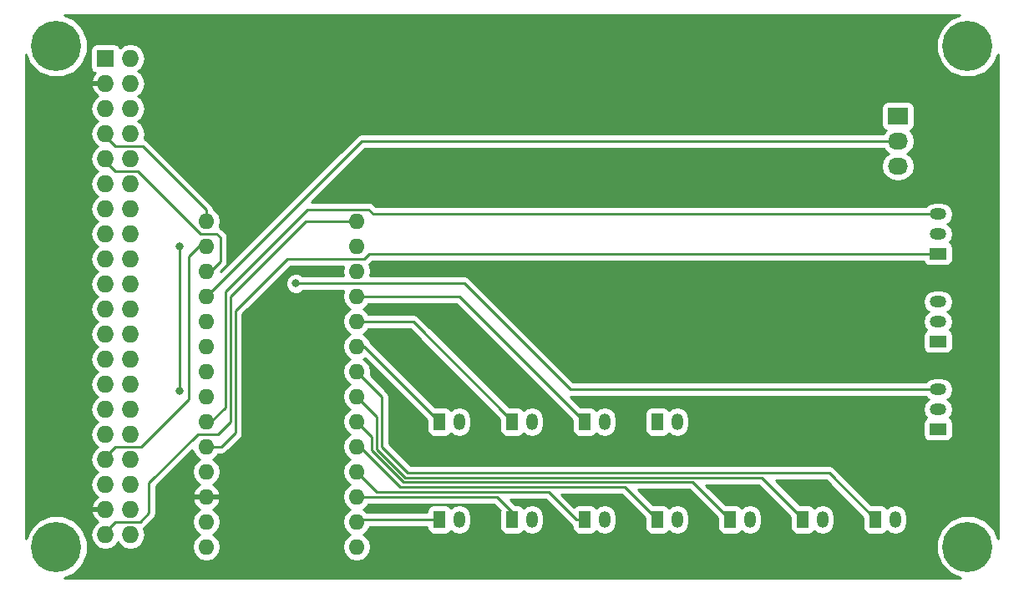
<source format=gtl>
G04 #@! TF.FileFunction,Copper,L1,Top,Signal*
%FSLAX46Y46*%
G04 Gerber Fmt 4.6, Leading zero omitted, Abs format (unit mm)*
G04 Created by KiCad (PCBNEW 4.0.1-stable) date 2016/05/21 11:41:20*
%MOMM*%
G01*
G04 APERTURE LIST*
%ADD10C,0.100000*%
%ADD11R,1.198880X1.699260*%
%ADD12O,1.198880X1.699260*%
%ADD13R,2.032000X1.727200*%
%ADD14O,2.032000X1.727200*%
%ADD15R,1.699260X1.198880*%
%ADD16O,1.699260X1.198880*%
%ADD17R,1.727200X1.727200*%
%ADD18O,1.727200X1.727200*%
%ADD19O,1.600000X1.600000*%
%ADD20C,5.080000*%
%ADD21C,0.800000*%
%ADD22C,0.250000*%
%ADD23C,0.254000*%
G04 APERTURE END LIST*
D10*
D11*
X165369240Y-100076000D03*
D12*
X167370760Y-100076000D03*
D11*
X158003240Y-100076000D03*
D12*
X160004760Y-100076000D03*
D11*
X150637240Y-100076000D03*
D12*
X152638760Y-100076000D03*
D11*
X143271240Y-100076000D03*
D12*
X145272760Y-100076000D03*
D11*
X135905240Y-100076000D03*
D12*
X137906760Y-100076000D03*
D11*
X128539240Y-100076000D03*
D12*
X130540760Y-100076000D03*
D11*
X121173240Y-100076000D03*
D12*
X123174760Y-100076000D03*
D13*
X167640000Y-59182000D03*
D14*
X167640000Y-61722000D03*
X167640000Y-64262000D03*
D15*
X171704000Y-90898980D03*
D16*
X171704000Y-88900000D03*
X171704000Y-86901020D03*
D15*
X171704000Y-82008980D03*
D16*
X171704000Y-80010000D03*
X171704000Y-78011020D03*
D15*
X171704000Y-73118980D03*
D16*
X171704000Y-71120000D03*
X171704000Y-69121020D03*
D11*
X135905240Y-90170000D03*
D12*
X137906760Y-90170000D03*
D11*
X121173240Y-90170000D03*
D12*
X123174760Y-90170000D03*
D11*
X128539240Y-90170000D03*
D12*
X130540760Y-90170000D03*
D11*
X143271240Y-90170000D03*
D12*
X145272760Y-90170000D03*
D17*
X87299800Y-53340000D03*
D18*
X87299800Y-55880000D03*
X87299800Y-58420000D03*
X87299800Y-60960000D03*
X87299800Y-63500000D03*
X87299800Y-66040000D03*
X87299800Y-68580000D03*
X87299800Y-71120000D03*
X87299800Y-73660000D03*
X87299800Y-76200000D03*
X87299800Y-78740000D03*
X87299800Y-81280000D03*
X87299800Y-83820000D03*
X87299800Y-86360000D03*
X87299800Y-88900000D03*
X87299800Y-91440000D03*
X87299800Y-93980000D03*
X87299800Y-96520000D03*
X87299800Y-99060000D03*
X87299800Y-101600000D03*
X89839800Y-53340000D03*
X89839800Y-55880000D03*
X89839800Y-58420000D03*
X89839800Y-60960000D03*
X89839800Y-63500000D03*
X89839800Y-66040000D03*
X89839800Y-68580000D03*
X89839800Y-71120000D03*
X89839800Y-73660000D03*
X89839800Y-76200000D03*
X89839800Y-78740000D03*
X89839800Y-81280000D03*
X89839800Y-83820000D03*
X89839800Y-86360000D03*
X89839800Y-88900000D03*
X89839800Y-91440000D03*
X89839800Y-93980000D03*
X89839800Y-96520000D03*
X89839800Y-99060000D03*
X89839800Y-101600000D03*
D19*
X112776000Y-102870000D03*
X112776000Y-100330000D03*
X112776000Y-97790000D03*
X112776000Y-95250000D03*
X112776000Y-92710000D03*
X112776000Y-90170000D03*
X112776000Y-87630000D03*
X112776000Y-85090000D03*
X112776000Y-82550000D03*
X112776000Y-80010000D03*
X112776000Y-77470000D03*
X112776000Y-74930000D03*
X112776000Y-72390000D03*
X112776000Y-69850000D03*
X97536000Y-69850000D03*
X97536000Y-72390000D03*
X97536000Y-74930000D03*
X97536000Y-77470000D03*
X97536000Y-80010000D03*
X97536000Y-82550000D03*
X97536000Y-85090000D03*
X97536000Y-87630000D03*
X97536000Y-90170000D03*
X97536000Y-92710000D03*
X97536000Y-95250000D03*
X97536000Y-97790000D03*
X97536000Y-100330000D03*
X97536000Y-102870000D03*
D20*
X82321400Y-52070000D03*
X82321400Y-102870000D03*
X174701200Y-52070000D03*
X174701200Y-102844600D03*
D21*
X94843600Y-72390000D03*
X94843600Y-87020400D03*
X106603800Y-76149200D03*
D22*
X97536000Y-69850000D02*
X97536000Y-68707000D01*
X88265000Y-62230000D02*
X86995000Y-60960000D01*
X91059000Y-62230000D02*
X88265000Y-62230000D01*
X97536000Y-68707000D02*
X91059000Y-62230000D01*
X97536000Y-74930000D02*
X97917000Y-74930000D01*
X97917000Y-74930000D02*
X98933000Y-73914000D01*
X98933000Y-73914000D02*
X98933000Y-71501000D01*
X98933000Y-71501000D02*
X98552000Y-71120000D01*
X98552000Y-71120000D02*
X96901000Y-71120000D01*
X96901000Y-71120000D02*
X90805000Y-65024000D01*
X90805000Y-65024000D02*
X90551000Y-64770000D01*
X90551000Y-64770000D02*
X88265000Y-64770000D01*
X88265000Y-64770000D02*
X86995000Y-63500000D01*
X97536000Y-72390000D02*
X96774000Y-72390000D01*
X96774000Y-72390000D02*
X95758000Y-73406000D01*
X95758000Y-73406000D02*
X95758000Y-87884000D01*
X95758000Y-87884000D02*
X90932000Y-92710000D01*
X90932000Y-92710000D02*
X88265000Y-92710000D01*
X88265000Y-92710000D02*
X86995000Y-93980000D01*
X99949000Y-90170000D02*
X98679000Y-91440000D01*
X99949000Y-77470000D02*
X99949000Y-90170000D01*
X112776000Y-69850000D02*
X107569000Y-69850000D01*
X88265000Y-100330000D02*
X86995000Y-101600000D01*
X90805000Y-100330000D02*
X88265000Y-100330000D01*
X91694000Y-99441000D02*
X90805000Y-100330000D01*
X91694000Y-96393000D02*
X91694000Y-99441000D01*
X96647000Y-91440000D02*
X91694000Y-96393000D01*
X98679000Y-91440000D02*
X96647000Y-91440000D01*
X107569000Y-69850000D02*
X99949000Y-77470000D01*
X94843600Y-87020400D02*
X94843600Y-72390000D01*
X94843600Y-87020400D02*
X94919800Y-86944200D01*
X167640000Y-61722000D02*
X113284000Y-61722000D01*
X113284000Y-61722000D02*
X97536000Y-77470000D01*
X121173240Y-100076000D02*
X113030000Y-100076000D01*
X113030000Y-100076000D02*
X112776000Y-100330000D01*
X128539240Y-100076000D02*
X128539240Y-99329240D01*
X128539240Y-99329240D02*
X127000000Y-97790000D01*
X127000000Y-97790000D02*
X112776000Y-97790000D01*
X135905240Y-100076000D02*
X135001000Y-100076000D01*
X114808000Y-97282000D02*
X112776000Y-95250000D01*
X132207000Y-97282000D02*
X114808000Y-97282000D01*
X135001000Y-100076000D02*
X132207000Y-97282000D01*
X112776000Y-92710000D02*
X113080800Y-92710000D01*
X113080800Y-92710000D02*
X117144800Y-96774000D01*
X143271240Y-100076000D02*
X143256000Y-100076000D01*
X143256000Y-100076000D02*
X139954000Y-96774000D01*
X139954000Y-96774000D02*
X117170200Y-96774000D01*
X150637240Y-100076000D02*
X150622000Y-100076000D01*
X150622000Y-100076000D02*
X146812000Y-96266000D01*
X146812000Y-96266000D02*
X117475000Y-96266000D01*
X117475000Y-96266000D02*
X114300000Y-93091000D01*
X114300000Y-93091000D02*
X114300000Y-91694000D01*
X114300000Y-91694000D02*
X112776000Y-90170000D01*
X158003240Y-100076000D02*
X158003240Y-99964240D01*
X158003240Y-99964240D02*
X153854998Y-95815998D01*
X153854998Y-95815998D02*
X117661396Y-95815998D01*
X117661396Y-95815998D02*
X114808000Y-92962602D01*
X114808000Y-92962602D02*
X114808000Y-89662000D01*
X114808000Y-89662000D02*
X112776000Y-87630000D01*
X112776000Y-85090000D02*
X115316000Y-87630000D01*
X160659236Y-95365996D02*
X165369240Y-100076000D01*
X117971996Y-95365996D02*
X160659236Y-95365996D01*
X115316000Y-92710000D02*
X117971996Y-95365996D01*
X115316000Y-87630000D02*
X115316000Y-92710000D01*
X121173240Y-90170000D02*
X121158000Y-90170000D01*
X121158000Y-90170000D02*
X113538000Y-82550000D01*
X113538000Y-82550000D02*
X112776000Y-82550000D01*
X128539240Y-90170000D02*
X128539240Y-90058240D01*
X128539240Y-90058240D02*
X118491000Y-80010000D01*
X118491000Y-80010000D02*
X112776000Y-80010000D01*
X135905240Y-90170000D02*
X135890000Y-90170000D01*
X135890000Y-90170000D02*
X123190000Y-77470000D01*
X123190000Y-77470000D02*
X112776000Y-77470000D01*
X171704000Y-86901020D02*
X134424420Y-86901020D01*
X123672600Y-76149200D02*
X106603800Y-76149200D01*
X134424420Y-86901020D02*
X123672600Y-76149200D01*
X171704000Y-73118980D02*
X114079020Y-73118980D01*
X99060000Y-92710000D02*
X97536000Y-92710000D01*
X100457000Y-91313000D02*
X99060000Y-92710000D01*
X100457000Y-78936002D02*
X100457000Y-91313000D01*
X105733002Y-73660000D02*
X100457000Y-78936002D01*
X113538000Y-73660000D02*
X105733002Y-73660000D01*
X114079020Y-73118980D02*
X113538000Y-73660000D01*
X99441000Y-77419200D02*
X99441000Y-76962000D01*
X99441000Y-76962000D02*
X99720400Y-76682600D01*
X99720400Y-76682600D02*
X107772200Y-68630800D01*
X118905020Y-69121020D02*
X114434620Y-69121020D01*
X171704000Y-69121020D02*
X118905020Y-69121020D01*
X114434620Y-69121020D02*
X113944400Y-68630800D01*
X113944400Y-68630800D02*
X107772200Y-68630800D01*
X97536000Y-90170000D02*
X98000398Y-90170000D01*
X98000398Y-90170000D02*
X99441000Y-88729398D01*
X99441000Y-88729398D02*
X99441000Y-77419200D01*
D23*
G36*
X172905057Y-49376796D02*
X172011135Y-50269159D01*
X171526752Y-51435683D01*
X171525650Y-52698776D01*
X172007996Y-53866143D01*
X172900359Y-54760065D01*
X174066883Y-55244448D01*
X175329976Y-55245550D01*
X176497343Y-54763204D01*
X177391265Y-53870841D01*
X177801200Y-52883608D01*
X177801200Y-102032979D01*
X177394404Y-101048457D01*
X176502041Y-100154535D01*
X175335517Y-99670152D01*
X174072424Y-99669050D01*
X172905057Y-100151396D01*
X172011135Y-101043759D01*
X171526752Y-102210283D01*
X171525650Y-103473376D01*
X172007996Y-104640743D01*
X172900359Y-105534665D01*
X173948762Y-105970000D01*
X83133021Y-105970000D01*
X84117543Y-105563204D01*
X85011465Y-104670841D01*
X85495848Y-103504317D01*
X85496950Y-102241224D01*
X85014604Y-101073857D01*
X84122241Y-100179935D01*
X82955717Y-99695552D01*
X81692624Y-99694450D01*
X80525257Y-100176796D01*
X79631335Y-101069159D01*
X79221400Y-102056392D01*
X79221400Y-52881621D01*
X79628196Y-53866143D01*
X80520559Y-54760065D01*
X81687083Y-55244448D01*
X82950176Y-55245550D01*
X84117543Y-54763204D01*
X85011465Y-53870841D01*
X85495848Y-52704317D01*
X85496046Y-52476400D01*
X85788760Y-52476400D01*
X85788760Y-54203600D01*
X85833038Y-54438917D01*
X85972110Y-54655041D01*
X86184310Y-54800031D01*
X86281251Y-54819662D01*
X86092979Y-54991510D01*
X85844832Y-55520973D01*
X85965331Y-55753000D01*
X87172800Y-55753000D01*
X87172800Y-55733000D01*
X87426800Y-55733000D01*
X87426800Y-55753000D01*
X87446800Y-55753000D01*
X87446800Y-56007000D01*
X87426800Y-56007000D01*
X87426800Y-56027000D01*
X87172800Y-56027000D01*
X87172800Y-56007000D01*
X85965331Y-56007000D01*
X85844832Y-56239027D01*
X86092979Y-56768490D01*
X86510961Y-57150008D01*
X86240130Y-57330971D01*
X85915274Y-57817152D01*
X85801200Y-58390641D01*
X85801200Y-58449359D01*
X85915274Y-59022848D01*
X86240130Y-59509029D01*
X86510972Y-59690000D01*
X86240130Y-59870971D01*
X85915274Y-60357152D01*
X85801200Y-60930641D01*
X85801200Y-60989359D01*
X85915274Y-61562848D01*
X86240130Y-62049029D01*
X86510972Y-62230000D01*
X86240130Y-62410971D01*
X85915274Y-62897152D01*
X85801200Y-63470641D01*
X85801200Y-63529359D01*
X85915274Y-64102848D01*
X86240130Y-64589029D01*
X86510972Y-64770000D01*
X86240130Y-64950971D01*
X85915274Y-65437152D01*
X85801200Y-66010641D01*
X85801200Y-66069359D01*
X85915274Y-66642848D01*
X86240130Y-67129029D01*
X86510972Y-67310000D01*
X86240130Y-67490971D01*
X85915274Y-67977152D01*
X85801200Y-68550641D01*
X85801200Y-68609359D01*
X85915274Y-69182848D01*
X86240130Y-69669029D01*
X86510972Y-69850000D01*
X86240130Y-70030971D01*
X85915274Y-70517152D01*
X85801200Y-71090641D01*
X85801200Y-71149359D01*
X85915274Y-71722848D01*
X86240130Y-72209029D01*
X86510972Y-72390000D01*
X86240130Y-72570971D01*
X85915274Y-73057152D01*
X85801200Y-73630641D01*
X85801200Y-73689359D01*
X85915274Y-74262848D01*
X86240130Y-74749029D01*
X86510972Y-74930000D01*
X86240130Y-75110971D01*
X85915274Y-75597152D01*
X85801200Y-76170641D01*
X85801200Y-76229359D01*
X85915274Y-76802848D01*
X86240130Y-77289029D01*
X86510972Y-77470000D01*
X86240130Y-77650971D01*
X85915274Y-78137152D01*
X85801200Y-78710641D01*
X85801200Y-78769359D01*
X85915274Y-79342848D01*
X86240130Y-79829029D01*
X86510972Y-80010000D01*
X86240130Y-80190971D01*
X85915274Y-80677152D01*
X85801200Y-81250641D01*
X85801200Y-81309359D01*
X85915274Y-81882848D01*
X86240130Y-82369029D01*
X86510972Y-82550000D01*
X86240130Y-82730971D01*
X85915274Y-83217152D01*
X85801200Y-83790641D01*
X85801200Y-83849359D01*
X85915274Y-84422848D01*
X86240130Y-84909029D01*
X86510972Y-85090000D01*
X86240130Y-85270971D01*
X85915274Y-85757152D01*
X85801200Y-86330641D01*
X85801200Y-86389359D01*
X85915274Y-86962848D01*
X86240130Y-87449029D01*
X86510972Y-87630000D01*
X86240130Y-87810971D01*
X85915274Y-88297152D01*
X85801200Y-88870641D01*
X85801200Y-88929359D01*
X85915274Y-89502848D01*
X86240130Y-89989029D01*
X86510972Y-90170000D01*
X86240130Y-90350971D01*
X85915274Y-90837152D01*
X85801200Y-91410641D01*
X85801200Y-91469359D01*
X85915274Y-92042848D01*
X86240130Y-92529029D01*
X86510972Y-92710000D01*
X86240130Y-92890971D01*
X85915274Y-93377152D01*
X85801200Y-93950641D01*
X85801200Y-94009359D01*
X85915274Y-94582848D01*
X86240130Y-95069029D01*
X86510972Y-95250000D01*
X86240130Y-95430971D01*
X85915274Y-95917152D01*
X85801200Y-96490641D01*
X85801200Y-96549359D01*
X85915274Y-97122848D01*
X86240130Y-97609029D01*
X86510961Y-97789992D01*
X86092979Y-98171510D01*
X85844832Y-98700973D01*
X85965331Y-98933000D01*
X87172800Y-98933000D01*
X87172800Y-98913000D01*
X87426800Y-98913000D01*
X87426800Y-98933000D01*
X87446800Y-98933000D01*
X87446800Y-99187000D01*
X87426800Y-99187000D01*
X87426800Y-99207000D01*
X87172800Y-99207000D01*
X87172800Y-99187000D01*
X85965331Y-99187000D01*
X85844832Y-99419027D01*
X86092979Y-99948490D01*
X86510961Y-100330008D01*
X86240130Y-100510971D01*
X85915274Y-100997152D01*
X85801200Y-101570641D01*
X85801200Y-101629359D01*
X85915274Y-102202848D01*
X86240130Y-102689029D01*
X86726311Y-103013885D01*
X87299800Y-103127959D01*
X87873289Y-103013885D01*
X88359470Y-102689029D01*
X88569800Y-102374248D01*
X88780130Y-102689029D01*
X89266311Y-103013885D01*
X89839800Y-103127959D01*
X90413289Y-103013885D01*
X90899470Y-102689029D01*
X91224326Y-102202848D01*
X91338400Y-101629359D01*
X91338400Y-101570641D01*
X91224326Y-100997152D01*
X91200834Y-100961993D01*
X91342401Y-100867401D01*
X91879802Y-100330000D01*
X96072887Y-100330000D01*
X96182120Y-100879151D01*
X96493189Y-101344698D01*
X96875275Y-101600000D01*
X96493189Y-101855302D01*
X96182120Y-102320849D01*
X96072887Y-102870000D01*
X96182120Y-103419151D01*
X96493189Y-103884698D01*
X96958736Y-104195767D01*
X97507887Y-104305000D01*
X97564113Y-104305000D01*
X98113264Y-104195767D01*
X98578811Y-103884698D01*
X98889880Y-103419151D01*
X98999113Y-102870000D01*
X98889880Y-102320849D01*
X98578811Y-101855302D01*
X98196725Y-101600000D01*
X98578811Y-101344698D01*
X98889880Y-100879151D01*
X98999113Y-100330000D01*
X98889880Y-99780849D01*
X98578811Y-99315302D01*
X98174297Y-99045014D01*
X98391134Y-98942389D01*
X98767041Y-98527423D01*
X98927904Y-98139039D01*
X98805915Y-97917000D01*
X97663000Y-97917000D01*
X97663000Y-97937000D01*
X97409000Y-97937000D01*
X97409000Y-97917000D01*
X96266085Y-97917000D01*
X96144096Y-98139039D01*
X96304959Y-98527423D01*
X96680866Y-98942389D01*
X96897703Y-99045014D01*
X96493189Y-99315302D01*
X96182120Y-99780849D01*
X96072887Y-100330000D01*
X91879802Y-100330000D01*
X92231401Y-99978401D01*
X92396148Y-99731839D01*
X92454000Y-99441000D01*
X92454000Y-96707802D01*
X96135753Y-93026049D01*
X96182120Y-93259151D01*
X96493189Y-93724698D01*
X96875275Y-93980000D01*
X96493189Y-94235302D01*
X96182120Y-94700849D01*
X96072887Y-95250000D01*
X96182120Y-95799151D01*
X96493189Y-96264698D01*
X96897703Y-96534986D01*
X96680866Y-96637611D01*
X96304959Y-97052577D01*
X96144096Y-97440961D01*
X96266085Y-97663000D01*
X97409000Y-97663000D01*
X97409000Y-97643000D01*
X97663000Y-97643000D01*
X97663000Y-97663000D01*
X98805915Y-97663000D01*
X98927904Y-97440961D01*
X98767041Y-97052577D01*
X98391134Y-96637611D01*
X98174297Y-96534986D01*
X98578811Y-96264698D01*
X98889880Y-95799151D01*
X98999113Y-95250000D01*
X98889880Y-94700849D01*
X98578811Y-94235302D01*
X98196725Y-93980000D01*
X98578811Y-93724698D01*
X98748995Y-93470000D01*
X99060000Y-93470000D01*
X99350839Y-93412148D01*
X99597401Y-93247401D01*
X100994401Y-91850401D01*
X101159148Y-91603840D01*
X101217000Y-91313000D01*
X101217000Y-79250804D01*
X106047804Y-74420000D01*
X111414332Y-74420000D01*
X111312887Y-74930000D01*
X111404228Y-75389200D01*
X107307561Y-75389200D01*
X107190846Y-75272281D01*
X106810577Y-75114380D01*
X106398829Y-75114021D01*
X106018285Y-75271258D01*
X105726881Y-75562154D01*
X105568980Y-75942423D01*
X105568621Y-76354171D01*
X105725858Y-76734715D01*
X106016754Y-77026119D01*
X106397023Y-77184020D01*
X106808771Y-77184379D01*
X107189315Y-77027142D01*
X107307463Y-76909200D01*
X111429904Y-76909200D01*
X111422120Y-76920849D01*
X111312887Y-77470000D01*
X111422120Y-78019151D01*
X111733189Y-78484698D01*
X112115275Y-78740000D01*
X111733189Y-78995302D01*
X111422120Y-79460849D01*
X111312887Y-80010000D01*
X111422120Y-80559151D01*
X111733189Y-81024698D01*
X112115275Y-81280000D01*
X111733189Y-81535302D01*
X111422120Y-82000849D01*
X111312887Y-82550000D01*
X111422120Y-83099151D01*
X111733189Y-83564698D01*
X112115275Y-83820000D01*
X111733189Y-84075302D01*
X111422120Y-84540849D01*
X111312887Y-85090000D01*
X111422120Y-85639151D01*
X111733189Y-86104698D01*
X112115275Y-86360000D01*
X111733189Y-86615302D01*
X111422120Y-87080849D01*
X111312887Y-87630000D01*
X111422120Y-88179151D01*
X111733189Y-88644698D01*
X112115275Y-88900000D01*
X111733189Y-89155302D01*
X111422120Y-89620849D01*
X111312887Y-90170000D01*
X111422120Y-90719151D01*
X111733189Y-91184698D01*
X112115275Y-91440000D01*
X111733189Y-91695302D01*
X111422120Y-92160849D01*
X111312887Y-92710000D01*
X111422120Y-93259151D01*
X111733189Y-93724698D01*
X112115275Y-93980000D01*
X111733189Y-94235302D01*
X111422120Y-94700849D01*
X111312887Y-95250000D01*
X111422120Y-95799151D01*
X111733189Y-96264698D01*
X112115275Y-96520000D01*
X111733189Y-96775302D01*
X111422120Y-97240849D01*
X111312887Y-97790000D01*
X111422120Y-98339151D01*
X111733189Y-98804698D01*
X112115275Y-99060000D01*
X111733189Y-99315302D01*
X111422120Y-99780849D01*
X111312887Y-100330000D01*
X111422120Y-100879151D01*
X111733189Y-101344698D01*
X112115275Y-101600000D01*
X111733189Y-101855302D01*
X111422120Y-102320849D01*
X111312887Y-102870000D01*
X111422120Y-103419151D01*
X111733189Y-103884698D01*
X112198736Y-104195767D01*
X112747887Y-104305000D01*
X112804113Y-104305000D01*
X113353264Y-104195767D01*
X113818811Y-103884698D01*
X114129880Y-103419151D01*
X114239113Y-102870000D01*
X114129880Y-102320849D01*
X113818811Y-101855302D01*
X113436725Y-101600000D01*
X113818811Y-101344698D01*
X114129880Y-100879151D01*
X114138463Y-100836000D01*
X119926360Y-100836000D01*
X119926360Y-100925630D01*
X119970638Y-101160947D01*
X120109710Y-101377071D01*
X120321910Y-101522061D01*
X120573800Y-101573070D01*
X121772680Y-101573070D01*
X122007997Y-101528792D01*
X122224121Y-101389720D01*
X122324284Y-101243127D01*
X122702360Y-101495750D01*
X123174760Y-101589716D01*
X123647160Y-101495750D01*
X124047641Y-101228157D01*
X124315234Y-100827676D01*
X124409200Y-100355276D01*
X124409200Y-99796724D01*
X124315234Y-99324324D01*
X124047641Y-98923843D01*
X123647160Y-98656250D01*
X123174760Y-98562284D01*
X122702360Y-98656250D01*
X122323358Y-98909491D01*
X122236770Y-98774929D01*
X122024570Y-98629939D01*
X121772680Y-98578930D01*
X120573800Y-98578930D01*
X120338483Y-98623208D01*
X120122359Y-98762280D01*
X119977369Y-98974480D01*
X119926360Y-99226370D01*
X119926360Y-99316000D01*
X113819277Y-99316000D01*
X113818811Y-99315302D01*
X113436725Y-99060000D01*
X113818811Y-98804698D01*
X113988995Y-98550000D01*
X126685198Y-98550000D01*
X127304015Y-99168817D01*
X127292360Y-99226370D01*
X127292360Y-100925630D01*
X127336638Y-101160947D01*
X127475710Y-101377071D01*
X127687910Y-101522061D01*
X127939800Y-101573070D01*
X129138680Y-101573070D01*
X129373997Y-101528792D01*
X129590121Y-101389720D01*
X129690284Y-101243127D01*
X130068360Y-101495750D01*
X130540760Y-101589716D01*
X131013160Y-101495750D01*
X131413641Y-101228157D01*
X131681234Y-100827676D01*
X131775200Y-100355276D01*
X131775200Y-99796724D01*
X131681234Y-99324324D01*
X131413641Y-98923843D01*
X131013160Y-98656250D01*
X130540760Y-98562284D01*
X130068360Y-98656250D01*
X129689358Y-98909491D01*
X129602770Y-98774929D01*
X129390570Y-98629939D01*
X129138680Y-98578930D01*
X128863732Y-98578930D01*
X128326802Y-98042000D01*
X131892198Y-98042000D01*
X134463599Y-100613401D01*
X134658360Y-100743536D01*
X134658360Y-100925630D01*
X134702638Y-101160947D01*
X134841710Y-101377071D01*
X135053910Y-101522061D01*
X135305800Y-101573070D01*
X136504680Y-101573070D01*
X136739997Y-101528792D01*
X136956121Y-101389720D01*
X137056284Y-101243127D01*
X137434360Y-101495750D01*
X137906760Y-101589716D01*
X138379160Y-101495750D01*
X138779641Y-101228157D01*
X139047234Y-100827676D01*
X139141200Y-100355276D01*
X139141200Y-99796724D01*
X139047234Y-99324324D01*
X138779641Y-98923843D01*
X138379160Y-98656250D01*
X137906760Y-98562284D01*
X137434360Y-98656250D01*
X137055358Y-98909491D01*
X136968770Y-98774929D01*
X136756570Y-98629939D01*
X136504680Y-98578930D01*
X135305800Y-98578930D01*
X135070483Y-98623208D01*
X134854359Y-98762280D01*
X134816902Y-98817100D01*
X133533802Y-97534000D01*
X139639198Y-97534000D01*
X142024360Y-99919162D01*
X142024360Y-100925630D01*
X142068638Y-101160947D01*
X142207710Y-101377071D01*
X142419910Y-101522061D01*
X142671800Y-101573070D01*
X143870680Y-101573070D01*
X144105997Y-101528792D01*
X144322121Y-101389720D01*
X144422284Y-101243127D01*
X144800360Y-101495750D01*
X145272760Y-101589716D01*
X145745160Y-101495750D01*
X146145641Y-101228157D01*
X146413234Y-100827676D01*
X146507200Y-100355276D01*
X146507200Y-99796724D01*
X146413234Y-99324324D01*
X146145641Y-98923843D01*
X145745160Y-98656250D01*
X145272760Y-98562284D01*
X144800360Y-98656250D01*
X144421358Y-98909491D01*
X144334770Y-98774929D01*
X144122570Y-98629939D01*
X143870680Y-98578930D01*
X142833732Y-98578930D01*
X141280802Y-97026000D01*
X146497198Y-97026000D01*
X149390360Y-99919162D01*
X149390360Y-100925630D01*
X149434638Y-101160947D01*
X149573710Y-101377071D01*
X149785910Y-101522061D01*
X150037800Y-101573070D01*
X151236680Y-101573070D01*
X151471997Y-101528792D01*
X151688121Y-101389720D01*
X151788284Y-101243127D01*
X152166360Y-101495750D01*
X152638760Y-101589716D01*
X153111160Y-101495750D01*
X153511641Y-101228157D01*
X153779234Y-100827676D01*
X153873200Y-100355276D01*
X153873200Y-99796724D01*
X153779234Y-99324324D01*
X153511641Y-98923843D01*
X153111160Y-98656250D01*
X152638760Y-98562284D01*
X152166360Y-98656250D01*
X151787358Y-98909491D01*
X151700770Y-98774929D01*
X151488570Y-98629939D01*
X151236680Y-98578930D01*
X150199732Y-98578930D01*
X148196800Y-96575998D01*
X153540196Y-96575998D01*
X156756360Y-99792162D01*
X156756360Y-100925630D01*
X156800638Y-101160947D01*
X156939710Y-101377071D01*
X157151910Y-101522061D01*
X157403800Y-101573070D01*
X158602680Y-101573070D01*
X158837997Y-101528792D01*
X159054121Y-101389720D01*
X159154284Y-101243127D01*
X159532360Y-101495750D01*
X160004760Y-101589716D01*
X160477160Y-101495750D01*
X160877641Y-101228157D01*
X161145234Y-100827676D01*
X161239200Y-100355276D01*
X161239200Y-99796724D01*
X161145234Y-99324324D01*
X160877641Y-98923843D01*
X160477160Y-98656250D01*
X160004760Y-98562284D01*
X159532360Y-98656250D01*
X159153358Y-98909491D01*
X159066770Y-98774929D01*
X158854570Y-98629939D01*
X158602680Y-98578930D01*
X157692732Y-98578930D01*
X155239798Y-96125996D01*
X160344434Y-96125996D01*
X164122360Y-99903922D01*
X164122360Y-100925630D01*
X164166638Y-101160947D01*
X164305710Y-101377071D01*
X164517910Y-101522061D01*
X164769800Y-101573070D01*
X165968680Y-101573070D01*
X166203997Y-101528792D01*
X166420121Y-101389720D01*
X166520284Y-101243127D01*
X166898360Y-101495750D01*
X167370760Y-101589716D01*
X167843160Y-101495750D01*
X168243641Y-101228157D01*
X168511234Y-100827676D01*
X168605200Y-100355276D01*
X168605200Y-99796724D01*
X168511234Y-99324324D01*
X168243641Y-98923843D01*
X167843160Y-98656250D01*
X167370760Y-98562284D01*
X166898360Y-98656250D01*
X166519358Y-98909491D01*
X166432770Y-98774929D01*
X166220570Y-98629939D01*
X165968680Y-98578930D01*
X164946972Y-98578930D01*
X161196637Y-94828595D01*
X160950075Y-94663848D01*
X160659236Y-94605996D01*
X118286798Y-94605996D01*
X116076000Y-92395198D01*
X116076000Y-87630000D01*
X116018148Y-87339161D01*
X116018148Y-87339160D01*
X115853401Y-87092599D01*
X114174688Y-85413886D01*
X114239113Y-85090000D01*
X114129880Y-84540849D01*
X113818811Y-84075302D01*
X113436725Y-83820000D01*
X113614448Y-83701250D01*
X119926360Y-90013162D01*
X119926360Y-91019630D01*
X119970638Y-91254947D01*
X120109710Y-91471071D01*
X120321910Y-91616061D01*
X120573800Y-91667070D01*
X121772680Y-91667070D01*
X122007997Y-91622792D01*
X122224121Y-91483720D01*
X122324284Y-91337127D01*
X122702360Y-91589750D01*
X123174760Y-91683716D01*
X123647160Y-91589750D01*
X124047641Y-91322157D01*
X124315234Y-90921676D01*
X124409200Y-90449276D01*
X124409200Y-89890724D01*
X124315234Y-89418324D01*
X124047641Y-89017843D01*
X123647160Y-88750250D01*
X123174760Y-88656284D01*
X122702360Y-88750250D01*
X122323358Y-89003491D01*
X122236770Y-88868929D01*
X122024570Y-88723939D01*
X121772680Y-88672930D01*
X120735732Y-88672930D01*
X114146325Y-82083523D01*
X114129880Y-82000849D01*
X113818811Y-81535302D01*
X113436725Y-81280000D01*
X113818811Y-81024698D01*
X113988995Y-80770000D01*
X118176198Y-80770000D01*
X127292360Y-89886162D01*
X127292360Y-91019630D01*
X127336638Y-91254947D01*
X127475710Y-91471071D01*
X127687910Y-91616061D01*
X127939800Y-91667070D01*
X129138680Y-91667070D01*
X129373997Y-91622792D01*
X129590121Y-91483720D01*
X129690284Y-91337127D01*
X130068360Y-91589750D01*
X130540760Y-91683716D01*
X131013160Y-91589750D01*
X131413641Y-91322157D01*
X131681234Y-90921676D01*
X131775200Y-90449276D01*
X131775200Y-89890724D01*
X131681234Y-89418324D01*
X131413641Y-89017843D01*
X131013160Y-88750250D01*
X130540760Y-88656284D01*
X130068360Y-88750250D01*
X129689358Y-89003491D01*
X129602770Y-88868929D01*
X129390570Y-88723939D01*
X129138680Y-88672930D01*
X128228732Y-88672930D01*
X119028401Y-79472599D01*
X118781839Y-79307852D01*
X118491000Y-79250000D01*
X113988995Y-79250000D01*
X113818811Y-78995302D01*
X113436725Y-78740000D01*
X113818811Y-78484698D01*
X113988995Y-78230000D01*
X122875198Y-78230000D01*
X134658360Y-90013162D01*
X134658360Y-91019630D01*
X134702638Y-91254947D01*
X134841710Y-91471071D01*
X135053910Y-91616061D01*
X135305800Y-91667070D01*
X136504680Y-91667070D01*
X136739997Y-91622792D01*
X136956121Y-91483720D01*
X137056284Y-91337127D01*
X137434360Y-91589750D01*
X137906760Y-91683716D01*
X138379160Y-91589750D01*
X138779641Y-91322157D01*
X139047234Y-90921676D01*
X139141200Y-90449276D01*
X139141200Y-89890724D01*
X139047234Y-89418324D01*
X138981784Y-89320370D01*
X142024360Y-89320370D01*
X142024360Y-91019630D01*
X142068638Y-91254947D01*
X142207710Y-91471071D01*
X142419910Y-91616061D01*
X142671800Y-91667070D01*
X143870680Y-91667070D01*
X144105997Y-91622792D01*
X144322121Y-91483720D01*
X144422284Y-91337127D01*
X144800360Y-91589750D01*
X145272760Y-91683716D01*
X145745160Y-91589750D01*
X146145641Y-91322157D01*
X146413234Y-90921676D01*
X146507200Y-90449276D01*
X146507200Y-89890724D01*
X146413234Y-89418324D01*
X146145641Y-89017843D01*
X145745160Y-88750250D01*
X145272760Y-88656284D01*
X144800360Y-88750250D01*
X144421358Y-89003491D01*
X144334770Y-88868929D01*
X144122570Y-88723939D01*
X143870680Y-88672930D01*
X142671800Y-88672930D01*
X142436483Y-88717208D01*
X142220359Y-88856280D01*
X142075369Y-89068480D01*
X142024360Y-89320370D01*
X138981784Y-89320370D01*
X138779641Y-89017843D01*
X138379160Y-88750250D01*
X137906760Y-88656284D01*
X137434360Y-88750250D01*
X137055358Y-89003491D01*
X136968770Y-88868929D01*
X136756570Y-88723939D01*
X136504680Y-88672930D01*
X135467732Y-88672930D01*
X134455822Y-87661020D01*
X170476418Y-87661020D01*
X170551843Y-87773901D01*
X170741327Y-87900510D01*
X170551843Y-88027119D01*
X170284250Y-88427600D01*
X170190284Y-88900000D01*
X170284250Y-89372400D01*
X170536304Y-89749625D01*
X170402929Y-89835450D01*
X170257939Y-90047650D01*
X170206930Y-90299540D01*
X170206930Y-91498420D01*
X170251208Y-91733737D01*
X170390280Y-91949861D01*
X170602480Y-92094851D01*
X170854370Y-92145860D01*
X172553630Y-92145860D01*
X172788947Y-92101582D01*
X173005071Y-91962510D01*
X173150061Y-91750310D01*
X173201070Y-91498420D01*
X173201070Y-90299540D01*
X173156792Y-90064223D01*
X173017720Y-89848099D01*
X172872292Y-89748733D01*
X173123750Y-89372400D01*
X173217716Y-88900000D01*
X173123750Y-88427600D01*
X172856157Y-88027119D01*
X172666673Y-87900510D01*
X172856157Y-87773901D01*
X173123750Y-87373420D01*
X173217716Y-86901020D01*
X173123750Y-86428620D01*
X172856157Y-86028139D01*
X172455676Y-85760546D01*
X171983276Y-85666580D01*
X171424724Y-85666580D01*
X170952324Y-85760546D01*
X170551843Y-86028139D01*
X170476418Y-86141020D01*
X134739222Y-86141020D01*
X126609222Y-78011020D01*
X170190284Y-78011020D01*
X170284250Y-78483420D01*
X170551843Y-78883901D01*
X170741327Y-79010510D01*
X170551843Y-79137119D01*
X170284250Y-79537600D01*
X170190284Y-80010000D01*
X170284250Y-80482400D01*
X170536304Y-80859625D01*
X170402929Y-80945450D01*
X170257939Y-81157650D01*
X170206930Y-81409540D01*
X170206930Y-82608420D01*
X170251208Y-82843737D01*
X170390280Y-83059861D01*
X170602480Y-83204851D01*
X170854370Y-83255860D01*
X172553630Y-83255860D01*
X172788947Y-83211582D01*
X173005071Y-83072510D01*
X173150061Y-82860310D01*
X173201070Y-82608420D01*
X173201070Y-81409540D01*
X173156792Y-81174223D01*
X173017720Y-80958099D01*
X172872292Y-80858733D01*
X173123750Y-80482400D01*
X173217716Y-80010000D01*
X173123750Y-79537600D01*
X172856157Y-79137119D01*
X172666673Y-79010510D01*
X172856157Y-78883901D01*
X173123750Y-78483420D01*
X173217716Y-78011020D01*
X173123750Y-77538620D01*
X172856157Y-77138139D01*
X172455676Y-76870546D01*
X171983276Y-76776580D01*
X171424724Y-76776580D01*
X170952324Y-76870546D01*
X170551843Y-77138139D01*
X170284250Y-77538620D01*
X170190284Y-78011020D01*
X126609222Y-78011020D01*
X124210001Y-75611799D01*
X123963439Y-75447052D01*
X123672600Y-75389200D01*
X114147772Y-75389200D01*
X114239113Y-74930000D01*
X114129880Y-74380849D01*
X114028323Y-74228858D01*
X114075401Y-74197401D01*
X114393822Y-73878980D01*
X170237141Y-73878980D01*
X170251208Y-73953737D01*
X170390280Y-74169861D01*
X170602480Y-74314851D01*
X170854370Y-74365860D01*
X172553630Y-74365860D01*
X172788947Y-74321582D01*
X173005071Y-74182510D01*
X173150061Y-73970310D01*
X173201070Y-73718420D01*
X173201070Y-72519540D01*
X173156792Y-72284223D01*
X173017720Y-72068099D01*
X172872292Y-71968733D01*
X173123750Y-71592400D01*
X173217716Y-71120000D01*
X173123750Y-70647600D01*
X172856157Y-70247119D01*
X172666673Y-70120510D01*
X172856157Y-69993901D01*
X173123750Y-69593420D01*
X173217716Y-69121020D01*
X173123750Y-68648620D01*
X172856157Y-68248139D01*
X172455676Y-67980546D01*
X171983276Y-67886580D01*
X171424724Y-67886580D01*
X170952324Y-67980546D01*
X170551843Y-68248139D01*
X170476418Y-68361020D01*
X114749422Y-68361020D01*
X114481801Y-68093399D01*
X114235239Y-67928652D01*
X113944400Y-67870800D01*
X108210002Y-67870800D01*
X113598802Y-62482000D01*
X166195352Y-62482000D01*
X166395585Y-62781670D01*
X166710366Y-62992000D01*
X166395585Y-63202330D01*
X166070729Y-63688511D01*
X165956655Y-64262000D01*
X166070729Y-64835489D01*
X166395585Y-65321670D01*
X166881766Y-65646526D01*
X167455255Y-65760600D01*
X167824745Y-65760600D01*
X168398234Y-65646526D01*
X168884415Y-65321670D01*
X169209271Y-64835489D01*
X169323345Y-64262000D01*
X169209271Y-63688511D01*
X168884415Y-63202330D01*
X168569634Y-62992000D01*
X168884415Y-62781670D01*
X169209271Y-62295489D01*
X169323345Y-61722000D01*
X169209271Y-61148511D01*
X168884415Y-60662330D01*
X168870087Y-60652757D01*
X168891317Y-60648762D01*
X169107441Y-60509690D01*
X169252431Y-60297490D01*
X169303440Y-60045600D01*
X169303440Y-58318400D01*
X169259162Y-58083083D01*
X169120090Y-57866959D01*
X168907890Y-57721969D01*
X168656000Y-57670960D01*
X166624000Y-57670960D01*
X166388683Y-57715238D01*
X166172559Y-57854310D01*
X166027569Y-58066510D01*
X165976560Y-58318400D01*
X165976560Y-60045600D01*
X166020838Y-60280917D01*
X166159910Y-60497041D01*
X166372110Y-60642031D01*
X166413439Y-60650400D01*
X166395585Y-60662330D01*
X166195352Y-60962000D01*
X113284000Y-60962000D01*
X112993160Y-61019852D01*
X112746599Y-61184599D01*
X98998595Y-74932603D01*
X98999113Y-74930000D01*
X98997900Y-74923902D01*
X99470401Y-74451401D01*
X99635148Y-74204839D01*
X99693000Y-73914000D01*
X99693000Y-71501000D01*
X99635148Y-71210161D01*
X99635148Y-71210160D01*
X99470401Y-70963599D01*
X99089401Y-70582599D01*
X98866722Y-70433810D01*
X98889880Y-70399151D01*
X98999113Y-69850000D01*
X98889880Y-69300849D01*
X98578811Y-68835302D01*
X98282083Y-68637034D01*
X98238148Y-68416161D01*
X98238148Y-68416160D01*
X98073401Y-68169599D01*
X91596401Y-61692599D01*
X91349839Y-61527852D01*
X91235799Y-61505168D01*
X91338400Y-60989359D01*
X91338400Y-60930641D01*
X91224326Y-60357152D01*
X90899470Y-59870971D01*
X90628628Y-59690000D01*
X90899470Y-59509029D01*
X91224326Y-59022848D01*
X91338400Y-58449359D01*
X91338400Y-58390641D01*
X91224326Y-57817152D01*
X90899470Y-57330971D01*
X90628628Y-57150000D01*
X90899470Y-56969029D01*
X91224326Y-56482848D01*
X91338400Y-55909359D01*
X91338400Y-55850641D01*
X91224326Y-55277152D01*
X90899470Y-54790971D01*
X90628628Y-54610000D01*
X90899470Y-54429029D01*
X91224326Y-53942848D01*
X91338400Y-53369359D01*
X91338400Y-53310641D01*
X91224326Y-52737152D01*
X90899470Y-52250971D01*
X90413289Y-51926115D01*
X89839800Y-51812041D01*
X89266311Y-51926115D01*
X88780130Y-52250971D01*
X88770995Y-52264642D01*
X88766562Y-52241083D01*
X88627490Y-52024959D01*
X88415290Y-51879969D01*
X88163400Y-51828960D01*
X86436200Y-51828960D01*
X86200883Y-51873238D01*
X85984759Y-52012310D01*
X85839769Y-52224510D01*
X85788760Y-52476400D01*
X85496046Y-52476400D01*
X85496950Y-51441224D01*
X85014604Y-50273857D01*
X84122241Y-49379935D01*
X83135008Y-48970000D01*
X173889579Y-48970000D01*
X172905057Y-49376796D01*
X172905057Y-49376796D01*
G37*
X172905057Y-49376796D02*
X172011135Y-50269159D01*
X171526752Y-51435683D01*
X171525650Y-52698776D01*
X172007996Y-53866143D01*
X172900359Y-54760065D01*
X174066883Y-55244448D01*
X175329976Y-55245550D01*
X176497343Y-54763204D01*
X177391265Y-53870841D01*
X177801200Y-52883608D01*
X177801200Y-102032979D01*
X177394404Y-101048457D01*
X176502041Y-100154535D01*
X175335517Y-99670152D01*
X174072424Y-99669050D01*
X172905057Y-100151396D01*
X172011135Y-101043759D01*
X171526752Y-102210283D01*
X171525650Y-103473376D01*
X172007996Y-104640743D01*
X172900359Y-105534665D01*
X173948762Y-105970000D01*
X83133021Y-105970000D01*
X84117543Y-105563204D01*
X85011465Y-104670841D01*
X85495848Y-103504317D01*
X85496950Y-102241224D01*
X85014604Y-101073857D01*
X84122241Y-100179935D01*
X82955717Y-99695552D01*
X81692624Y-99694450D01*
X80525257Y-100176796D01*
X79631335Y-101069159D01*
X79221400Y-102056392D01*
X79221400Y-52881621D01*
X79628196Y-53866143D01*
X80520559Y-54760065D01*
X81687083Y-55244448D01*
X82950176Y-55245550D01*
X84117543Y-54763204D01*
X85011465Y-53870841D01*
X85495848Y-52704317D01*
X85496046Y-52476400D01*
X85788760Y-52476400D01*
X85788760Y-54203600D01*
X85833038Y-54438917D01*
X85972110Y-54655041D01*
X86184310Y-54800031D01*
X86281251Y-54819662D01*
X86092979Y-54991510D01*
X85844832Y-55520973D01*
X85965331Y-55753000D01*
X87172800Y-55753000D01*
X87172800Y-55733000D01*
X87426800Y-55733000D01*
X87426800Y-55753000D01*
X87446800Y-55753000D01*
X87446800Y-56007000D01*
X87426800Y-56007000D01*
X87426800Y-56027000D01*
X87172800Y-56027000D01*
X87172800Y-56007000D01*
X85965331Y-56007000D01*
X85844832Y-56239027D01*
X86092979Y-56768490D01*
X86510961Y-57150008D01*
X86240130Y-57330971D01*
X85915274Y-57817152D01*
X85801200Y-58390641D01*
X85801200Y-58449359D01*
X85915274Y-59022848D01*
X86240130Y-59509029D01*
X86510972Y-59690000D01*
X86240130Y-59870971D01*
X85915274Y-60357152D01*
X85801200Y-60930641D01*
X85801200Y-60989359D01*
X85915274Y-61562848D01*
X86240130Y-62049029D01*
X86510972Y-62230000D01*
X86240130Y-62410971D01*
X85915274Y-62897152D01*
X85801200Y-63470641D01*
X85801200Y-63529359D01*
X85915274Y-64102848D01*
X86240130Y-64589029D01*
X86510972Y-64770000D01*
X86240130Y-64950971D01*
X85915274Y-65437152D01*
X85801200Y-66010641D01*
X85801200Y-66069359D01*
X85915274Y-66642848D01*
X86240130Y-67129029D01*
X86510972Y-67310000D01*
X86240130Y-67490971D01*
X85915274Y-67977152D01*
X85801200Y-68550641D01*
X85801200Y-68609359D01*
X85915274Y-69182848D01*
X86240130Y-69669029D01*
X86510972Y-69850000D01*
X86240130Y-70030971D01*
X85915274Y-70517152D01*
X85801200Y-71090641D01*
X85801200Y-71149359D01*
X85915274Y-71722848D01*
X86240130Y-72209029D01*
X86510972Y-72390000D01*
X86240130Y-72570971D01*
X85915274Y-73057152D01*
X85801200Y-73630641D01*
X85801200Y-73689359D01*
X85915274Y-74262848D01*
X86240130Y-74749029D01*
X86510972Y-74930000D01*
X86240130Y-75110971D01*
X85915274Y-75597152D01*
X85801200Y-76170641D01*
X85801200Y-76229359D01*
X85915274Y-76802848D01*
X86240130Y-77289029D01*
X86510972Y-77470000D01*
X86240130Y-77650971D01*
X85915274Y-78137152D01*
X85801200Y-78710641D01*
X85801200Y-78769359D01*
X85915274Y-79342848D01*
X86240130Y-79829029D01*
X86510972Y-80010000D01*
X86240130Y-80190971D01*
X85915274Y-80677152D01*
X85801200Y-81250641D01*
X85801200Y-81309359D01*
X85915274Y-81882848D01*
X86240130Y-82369029D01*
X86510972Y-82550000D01*
X86240130Y-82730971D01*
X85915274Y-83217152D01*
X85801200Y-83790641D01*
X85801200Y-83849359D01*
X85915274Y-84422848D01*
X86240130Y-84909029D01*
X86510972Y-85090000D01*
X86240130Y-85270971D01*
X85915274Y-85757152D01*
X85801200Y-86330641D01*
X85801200Y-86389359D01*
X85915274Y-86962848D01*
X86240130Y-87449029D01*
X86510972Y-87630000D01*
X86240130Y-87810971D01*
X85915274Y-88297152D01*
X85801200Y-88870641D01*
X85801200Y-88929359D01*
X85915274Y-89502848D01*
X86240130Y-89989029D01*
X86510972Y-90170000D01*
X86240130Y-90350971D01*
X85915274Y-90837152D01*
X85801200Y-91410641D01*
X85801200Y-91469359D01*
X85915274Y-92042848D01*
X86240130Y-92529029D01*
X86510972Y-92710000D01*
X86240130Y-92890971D01*
X85915274Y-93377152D01*
X85801200Y-93950641D01*
X85801200Y-94009359D01*
X85915274Y-94582848D01*
X86240130Y-95069029D01*
X86510972Y-95250000D01*
X86240130Y-95430971D01*
X85915274Y-95917152D01*
X85801200Y-96490641D01*
X85801200Y-96549359D01*
X85915274Y-97122848D01*
X86240130Y-97609029D01*
X86510961Y-97789992D01*
X86092979Y-98171510D01*
X85844832Y-98700973D01*
X85965331Y-98933000D01*
X87172800Y-98933000D01*
X87172800Y-98913000D01*
X87426800Y-98913000D01*
X87426800Y-98933000D01*
X87446800Y-98933000D01*
X87446800Y-99187000D01*
X87426800Y-99187000D01*
X87426800Y-99207000D01*
X87172800Y-99207000D01*
X87172800Y-99187000D01*
X85965331Y-99187000D01*
X85844832Y-99419027D01*
X86092979Y-99948490D01*
X86510961Y-100330008D01*
X86240130Y-100510971D01*
X85915274Y-100997152D01*
X85801200Y-101570641D01*
X85801200Y-101629359D01*
X85915274Y-102202848D01*
X86240130Y-102689029D01*
X86726311Y-103013885D01*
X87299800Y-103127959D01*
X87873289Y-103013885D01*
X88359470Y-102689029D01*
X88569800Y-102374248D01*
X88780130Y-102689029D01*
X89266311Y-103013885D01*
X89839800Y-103127959D01*
X90413289Y-103013885D01*
X90899470Y-102689029D01*
X91224326Y-102202848D01*
X91338400Y-101629359D01*
X91338400Y-101570641D01*
X91224326Y-100997152D01*
X91200834Y-100961993D01*
X91342401Y-100867401D01*
X91879802Y-100330000D01*
X96072887Y-100330000D01*
X96182120Y-100879151D01*
X96493189Y-101344698D01*
X96875275Y-101600000D01*
X96493189Y-101855302D01*
X96182120Y-102320849D01*
X96072887Y-102870000D01*
X96182120Y-103419151D01*
X96493189Y-103884698D01*
X96958736Y-104195767D01*
X97507887Y-104305000D01*
X97564113Y-104305000D01*
X98113264Y-104195767D01*
X98578811Y-103884698D01*
X98889880Y-103419151D01*
X98999113Y-102870000D01*
X98889880Y-102320849D01*
X98578811Y-101855302D01*
X98196725Y-101600000D01*
X98578811Y-101344698D01*
X98889880Y-100879151D01*
X98999113Y-100330000D01*
X98889880Y-99780849D01*
X98578811Y-99315302D01*
X98174297Y-99045014D01*
X98391134Y-98942389D01*
X98767041Y-98527423D01*
X98927904Y-98139039D01*
X98805915Y-97917000D01*
X97663000Y-97917000D01*
X97663000Y-97937000D01*
X97409000Y-97937000D01*
X97409000Y-97917000D01*
X96266085Y-97917000D01*
X96144096Y-98139039D01*
X96304959Y-98527423D01*
X96680866Y-98942389D01*
X96897703Y-99045014D01*
X96493189Y-99315302D01*
X96182120Y-99780849D01*
X96072887Y-100330000D01*
X91879802Y-100330000D01*
X92231401Y-99978401D01*
X92396148Y-99731839D01*
X92454000Y-99441000D01*
X92454000Y-96707802D01*
X96135753Y-93026049D01*
X96182120Y-93259151D01*
X96493189Y-93724698D01*
X96875275Y-93980000D01*
X96493189Y-94235302D01*
X96182120Y-94700849D01*
X96072887Y-95250000D01*
X96182120Y-95799151D01*
X96493189Y-96264698D01*
X96897703Y-96534986D01*
X96680866Y-96637611D01*
X96304959Y-97052577D01*
X96144096Y-97440961D01*
X96266085Y-97663000D01*
X97409000Y-97663000D01*
X97409000Y-97643000D01*
X97663000Y-97643000D01*
X97663000Y-97663000D01*
X98805915Y-97663000D01*
X98927904Y-97440961D01*
X98767041Y-97052577D01*
X98391134Y-96637611D01*
X98174297Y-96534986D01*
X98578811Y-96264698D01*
X98889880Y-95799151D01*
X98999113Y-95250000D01*
X98889880Y-94700849D01*
X98578811Y-94235302D01*
X98196725Y-93980000D01*
X98578811Y-93724698D01*
X98748995Y-93470000D01*
X99060000Y-93470000D01*
X99350839Y-93412148D01*
X99597401Y-93247401D01*
X100994401Y-91850401D01*
X101159148Y-91603840D01*
X101217000Y-91313000D01*
X101217000Y-79250804D01*
X106047804Y-74420000D01*
X111414332Y-74420000D01*
X111312887Y-74930000D01*
X111404228Y-75389200D01*
X107307561Y-75389200D01*
X107190846Y-75272281D01*
X106810577Y-75114380D01*
X106398829Y-75114021D01*
X106018285Y-75271258D01*
X105726881Y-75562154D01*
X105568980Y-75942423D01*
X105568621Y-76354171D01*
X105725858Y-76734715D01*
X106016754Y-77026119D01*
X106397023Y-77184020D01*
X106808771Y-77184379D01*
X107189315Y-77027142D01*
X107307463Y-76909200D01*
X111429904Y-76909200D01*
X111422120Y-76920849D01*
X111312887Y-77470000D01*
X111422120Y-78019151D01*
X111733189Y-78484698D01*
X112115275Y-78740000D01*
X111733189Y-78995302D01*
X111422120Y-79460849D01*
X111312887Y-80010000D01*
X111422120Y-80559151D01*
X111733189Y-81024698D01*
X112115275Y-81280000D01*
X111733189Y-81535302D01*
X111422120Y-82000849D01*
X111312887Y-82550000D01*
X111422120Y-83099151D01*
X111733189Y-83564698D01*
X112115275Y-83820000D01*
X111733189Y-84075302D01*
X111422120Y-84540849D01*
X111312887Y-85090000D01*
X111422120Y-85639151D01*
X111733189Y-86104698D01*
X112115275Y-86360000D01*
X111733189Y-86615302D01*
X111422120Y-87080849D01*
X111312887Y-87630000D01*
X111422120Y-88179151D01*
X111733189Y-88644698D01*
X112115275Y-88900000D01*
X111733189Y-89155302D01*
X111422120Y-89620849D01*
X111312887Y-90170000D01*
X111422120Y-90719151D01*
X111733189Y-91184698D01*
X112115275Y-91440000D01*
X111733189Y-91695302D01*
X111422120Y-92160849D01*
X111312887Y-92710000D01*
X111422120Y-93259151D01*
X111733189Y-93724698D01*
X112115275Y-93980000D01*
X111733189Y-94235302D01*
X111422120Y-94700849D01*
X111312887Y-95250000D01*
X111422120Y-95799151D01*
X111733189Y-96264698D01*
X112115275Y-96520000D01*
X111733189Y-96775302D01*
X111422120Y-97240849D01*
X111312887Y-97790000D01*
X111422120Y-98339151D01*
X111733189Y-98804698D01*
X112115275Y-99060000D01*
X111733189Y-99315302D01*
X111422120Y-99780849D01*
X111312887Y-100330000D01*
X111422120Y-100879151D01*
X111733189Y-101344698D01*
X112115275Y-101600000D01*
X111733189Y-101855302D01*
X111422120Y-102320849D01*
X111312887Y-102870000D01*
X111422120Y-103419151D01*
X111733189Y-103884698D01*
X112198736Y-104195767D01*
X112747887Y-104305000D01*
X112804113Y-104305000D01*
X113353264Y-104195767D01*
X113818811Y-103884698D01*
X114129880Y-103419151D01*
X114239113Y-102870000D01*
X114129880Y-102320849D01*
X113818811Y-101855302D01*
X113436725Y-101600000D01*
X113818811Y-101344698D01*
X114129880Y-100879151D01*
X114138463Y-100836000D01*
X119926360Y-100836000D01*
X119926360Y-100925630D01*
X119970638Y-101160947D01*
X120109710Y-101377071D01*
X120321910Y-101522061D01*
X120573800Y-101573070D01*
X121772680Y-101573070D01*
X122007997Y-101528792D01*
X122224121Y-101389720D01*
X122324284Y-101243127D01*
X122702360Y-101495750D01*
X123174760Y-101589716D01*
X123647160Y-101495750D01*
X124047641Y-101228157D01*
X124315234Y-100827676D01*
X124409200Y-100355276D01*
X124409200Y-99796724D01*
X124315234Y-99324324D01*
X124047641Y-98923843D01*
X123647160Y-98656250D01*
X123174760Y-98562284D01*
X122702360Y-98656250D01*
X122323358Y-98909491D01*
X122236770Y-98774929D01*
X122024570Y-98629939D01*
X121772680Y-98578930D01*
X120573800Y-98578930D01*
X120338483Y-98623208D01*
X120122359Y-98762280D01*
X119977369Y-98974480D01*
X119926360Y-99226370D01*
X119926360Y-99316000D01*
X113819277Y-99316000D01*
X113818811Y-99315302D01*
X113436725Y-99060000D01*
X113818811Y-98804698D01*
X113988995Y-98550000D01*
X126685198Y-98550000D01*
X127304015Y-99168817D01*
X127292360Y-99226370D01*
X127292360Y-100925630D01*
X127336638Y-101160947D01*
X127475710Y-101377071D01*
X127687910Y-101522061D01*
X127939800Y-101573070D01*
X129138680Y-101573070D01*
X129373997Y-101528792D01*
X129590121Y-101389720D01*
X129690284Y-101243127D01*
X130068360Y-101495750D01*
X130540760Y-101589716D01*
X131013160Y-101495750D01*
X131413641Y-101228157D01*
X131681234Y-100827676D01*
X131775200Y-100355276D01*
X131775200Y-99796724D01*
X131681234Y-99324324D01*
X131413641Y-98923843D01*
X131013160Y-98656250D01*
X130540760Y-98562284D01*
X130068360Y-98656250D01*
X129689358Y-98909491D01*
X129602770Y-98774929D01*
X129390570Y-98629939D01*
X129138680Y-98578930D01*
X128863732Y-98578930D01*
X128326802Y-98042000D01*
X131892198Y-98042000D01*
X134463599Y-100613401D01*
X134658360Y-100743536D01*
X134658360Y-100925630D01*
X134702638Y-101160947D01*
X134841710Y-101377071D01*
X135053910Y-101522061D01*
X135305800Y-101573070D01*
X136504680Y-101573070D01*
X136739997Y-101528792D01*
X136956121Y-101389720D01*
X137056284Y-101243127D01*
X137434360Y-101495750D01*
X137906760Y-101589716D01*
X138379160Y-101495750D01*
X138779641Y-101228157D01*
X139047234Y-100827676D01*
X139141200Y-100355276D01*
X139141200Y-99796724D01*
X139047234Y-99324324D01*
X138779641Y-98923843D01*
X138379160Y-98656250D01*
X137906760Y-98562284D01*
X137434360Y-98656250D01*
X137055358Y-98909491D01*
X136968770Y-98774929D01*
X136756570Y-98629939D01*
X136504680Y-98578930D01*
X135305800Y-98578930D01*
X135070483Y-98623208D01*
X134854359Y-98762280D01*
X134816902Y-98817100D01*
X133533802Y-97534000D01*
X139639198Y-97534000D01*
X142024360Y-99919162D01*
X142024360Y-100925630D01*
X142068638Y-101160947D01*
X142207710Y-101377071D01*
X142419910Y-101522061D01*
X142671800Y-101573070D01*
X143870680Y-101573070D01*
X144105997Y-101528792D01*
X144322121Y-101389720D01*
X144422284Y-101243127D01*
X144800360Y-101495750D01*
X145272760Y-101589716D01*
X145745160Y-101495750D01*
X146145641Y-101228157D01*
X146413234Y-100827676D01*
X146507200Y-100355276D01*
X146507200Y-99796724D01*
X146413234Y-99324324D01*
X146145641Y-98923843D01*
X145745160Y-98656250D01*
X145272760Y-98562284D01*
X144800360Y-98656250D01*
X144421358Y-98909491D01*
X144334770Y-98774929D01*
X144122570Y-98629939D01*
X143870680Y-98578930D01*
X142833732Y-98578930D01*
X141280802Y-97026000D01*
X146497198Y-97026000D01*
X149390360Y-99919162D01*
X149390360Y-100925630D01*
X149434638Y-101160947D01*
X149573710Y-101377071D01*
X149785910Y-101522061D01*
X150037800Y-101573070D01*
X151236680Y-101573070D01*
X151471997Y-101528792D01*
X151688121Y-101389720D01*
X151788284Y-101243127D01*
X152166360Y-101495750D01*
X152638760Y-101589716D01*
X153111160Y-101495750D01*
X153511641Y-101228157D01*
X153779234Y-100827676D01*
X153873200Y-100355276D01*
X153873200Y-99796724D01*
X153779234Y-99324324D01*
X153511641Y-98923843D01*
X153111160Y-98656250D01*
X152638760Y-98562284D01*
X152166360Y-98656250D01*
X151787358Y-98909491D01*
X151700770Y-98774929D01*
X151488570Y-98629939D01*
X151236680Y-98578930D01*
X150199732Y-98578930D01*
X148196800Y-96575998D01*
X153540196Y-96575998D01*
X156756360Y-99792162D01*
X156756360Y-100925630D01*
X156800638Y-101160947D01*
X156939710Y-101377071D01*
X157151910Y-101522061D01*
X157403800Y-101573070D01*
X158602680Y-101573070D01*
X158837997Y-101528792D01*
X159054121Y-101389720D01*
X159154284Y-101243127D01*
X159532360Y-101495750D01*
X160004760Y-101589716D01*
X160477160Y-101495750D01*
X160877641Y-101228157D01*
X161145234Y-100827676D01*
X161239200Y-100355276D01*
X161239200Y-99796724D01*
X161145234Y-99324324D01*
X160877641Y-98923843D01*
X160477160Y-98656250D01*
X160004760Y-98562284D01*
X159532360Y-98656250D01*
X159153358Y-98909491D01*
X159066770Y-98774929D01*
X158854570Y-98629939D01*
X158602680Y-98578930D01*
X157692732Y-98578930D01*
X155239798Y-96125996D01*
X160344434Y-96125996D01*
X164122360Y-99903922D01*
X164122360Y-100925630D01*
X164166638Y-101160947D01*
X164305710Y-101377071D01*
X164517910Y-101522061D01*
X164769800Y-101573070D01*
X165968680Y-101573070D01*
X166203997Y-101528792D01*
X166420121Y-101389720D01*
X166520284Y-101243127D01*
X166898360Y-101495750D01*
X167370760Y-101589716D01*
X167843160Y-101495750D01*
X168243641Y-101228157D01*
X168511234Y-100827676D01*
X168605200Y-100355276D01*
X168605200Y-99796724D01*
X168511234Y-99324324D01*
X168243641Y-98923843D01*
X167843160Y-98656250D01*
X167370760Y-98562284D01*
X166898360Y-98656250D01*
X166519358Y-98909491D01*
X166432770Y-98774929D01*
X166220570Y-98629939D01*
X165968680Y-98578930D01*
X164946972Y-98578930D01*
X161196637Y-94828595D01*
X160950075Y-94663848D01*
X160659236Y-94605996D01*
X118286798Y-94605996D01*
X116076000Y-92395198D01*
X116076000Y-87630000D01*
X116018148Y-87339161D01*
X116018148Y-87339160D01*
X115853401Y-87092599D01*
X114174688Y-85413886D01*
X114239113Y-85090000D01*
X114129880Y-84540849D01*
X113818811Y-84075302D01*
X113436725Y-83820000D01*
X113614448Y-83701250D01*
X119926360Y-90013162D01*
X119926360Y-91019630D01*
X119970638Y-91254947D01*
X120109710Y-91471071D01*
X120321910Y-91616061D01*
X120573800Y-91667070D01*
X121772680Y-91667070D01*
X122007997Y-91622792D01*
X122224121Y-91483720D01*
X122324284Y-91337127D01*
X122702360Y-91589750D01*
X123174760Y-91683716D01*
X123647160Y-91589750D01*
X124047641Y-91322157D01*
X124315234Y-90921676D01*
X124409200Y-90449276D01*
X124409200Y-89890724D01*
X124315234Y-89418324D01*
X124047641Y-89017843D01*
X123647160Y-88750250D01*
X123174760Y-88656284D01*
X122702360Y-88750250D01*
X122323358Y-89003491D01*
X122236770Y-88868929D01*
X122024570Y-88723939D01*
X121772680Y-88672930D01*
X120735732Y-88672930D01*
X114146325Y-82083523D01*
X114129880Y-82000849D01*
X113818811Y-81535302D01*
X113436725Y-81280000D01*
X113818811Y-81024698D01*
X113988995Y-80770000D01*
X118176198Y-80770000D01*
X127292360Y-89886162D01*
X127292360Y-91019630D01*
X127336638Y-91254947D01*
X127475710Y-91471071D01*
X127687910Y-91616061D01*
X127939800Y-91667070D01*
X129138680Y-91667070D01*
X129373997Y-91622792D01*
X129590121Y-91483720D01*
X129690284Y-91337127D01*
X130068360Y-91589750D01*
X130540760Y-91683716D01*
X131013160Y-91589750D01*
X131413641Y-91322157D01*
X131681234Y-90921676D01*
X131775200Y-90449276D01*
X131775200Y-89890724D01*
X131681234Y-89418324D01*
X131413641Y-89017843D01*
X131013160Y-88750250D01*
X130540760Y-88656284D01*
X130068360Y-88750250D01*
X129689358Y-89003491D01*
X129602770Y-88868929D01*
X129390570Y-88723939D01*
X129138680Y-88672930D01*
X128228732Y-88672930D01*
X119028401Y-79472599D01*
X118781839Y-79307852D01*
X118491000Y-79250000D01*
X113988995Y-79250000D01*
X113818811Y-78995302D01*
X113436725Y-78740000D01*
X113818811Y-78484698D01*
X113988995Y-78230000D01*
X122875198Y-78230000D01*
X134658360Y-90013162D01*
X134658360Y-91019630D01*
X134702638Y-91254947D01*
X134841710Y-91471071D01*
X135053910Y-91616061D01*
X135305800Y-91667070D01*
X136504680Y-91667070D01*
X136739997Y-91622792D01*
X136956121Y-91483720D01*
X137056284Y-91337127D01*
X137434360Y-91589750D01*
X137906760Y-91683716D01*
X138379160Y-91589750D01*
X138779641Y-91322157D01*
X139047234Y-90921676D01*
X139141200Y-90449276D01*
X139141200Y-89890724D01*
X139047234Y-89418324D01*
X138981784Y-89320370D01*
X142024360Y-89320370D01*
X142024360Y-91019630D01*
X142068638Y-91254947D01*
X142207710Y-91471071D01*
X142419910Y-91616061D01*
X142671800Y-91667070D01*
X143870680Y-91667070D01*
X144105997Y-91622792D01*
X144322121Y-91483720D01*
X144422284Y-91337127D01*
X144800360Y-91589750D01*
X145272760Y-91683716D01*
X145745160Y-91589750D01*
X146145641Y-91322157D01*
X146413234Y-90921676D01*
X146507200Y-90449276D01*
X146507200Y-89890724D01*
X146413234Y-89418324D01*
X146145641Y-89017843D01*
X145745160Y-88750250D01*
X145272760Y-88656284D01*
X144800360Y-88750250D01*
X144421358Y-89003491D01*
X144334770Y-88868929D01*
X144122570Y-88723939D01*
X143870680Y-88672930D01*
X142671800Y-88672930D01*
X142436483Y-88717208D01*
X142220359Y-88856280D01*
X142075369Y-89068480D01*
X142024360Y-89320370D01*
X138981784Y-89320370D01*
X138779641Y-89017843D01*
X138379160Y-88750250D01*
X137906760Y-88656284D01*
X137434360Y-88750250D01*
X137055358Y-89003491D01*
X136968770Y-88868929D01*
X136756570Y-88723939D01*
X136504680Y-88672930D01*
X135467732Y-88672930D01*
X134455822Y-87661020D01*
X170476418Y-87661020D01*
X170551843Y-87773901D01*
X170741327Y-87900510D01*
X170551843Y-88027119D01*
X170284250Y-88427600D01*
X170190284Y-88900000D01*
X170284250Y-89372400D01*
X170536304Y-89749625D01*
X170402929Y-89835450D01*
X170257939Y-90047650D01*
X170206930Y-90299540D01*
X170206930Y-91498420D01*
X170251208Y-91733737D01*
X170390280Y-91949861D01*
X170602480Y-92094851D01*
X170854370Y-92145860D01*
X172553630Y-92145860D01*
X172788947Y-92101582D01*
X173005071Y-91962510D01*
X173150061Y-91750310D01*
X173201070Y-91498420D01*
X173201070Y-90299540D01*
X173156792Y-90064223D01*
X173017720Y-89848099D01*
X172872292Y-89748733D01*
X173123750Y-89372400D01*
X173217716Y-88900000D01*
X173123750Y-88427600D01*
X172856157Y-88027119D01*
X172666673Y-87900510D01*
X172856157Y-87773901D01*
X173123750Y-87373420D01*
X173217716Y-86901020D01*
X173123750Y-86428620D01*
X172856157Y-86028139D01*
X172455676Y-85760546D01*
X171983276Y-85666580D01*
X171424724Y-85666580D01*
X170952324Y-85760546D01*
X170551843Y-86028139D01*
X170476418Y-86141020D01*
X134739222Y-86141020D01*
X126609222Y-78011020D01*
X170190284Y-78011020D01*
X170284250Y-78483420D01*
X170551843Y-78883901D01*
X170741327Y-79010510D01*
X170551843Y-79137119D01*
X170284250Y-79537600D01*
X170190284Y-80010000D01*
X170284250Y-80482400D01*
X170536304Y-80859625D01*
X170402929Y-80945450D01*
X170257939Y-81157650D01*
X170206930Y-81409540D01*
X170206930Y-82608420D01*
X170251208Y-82843737D01*
X170390280Y-83059861D01*
X170602480Y-83204851D01*
X170854370Y-83255860D01*
X172553630Y-83255860D01*
X172788947Y-83211582D01*
X173005071Y-83072510D01*
X173150061Y-82860310D01*
X173201070Y-82608420D01*
X173201070Y-81409540D01*
X173156792Y-81174223D01*
X173017720Y-80958099D01*
X172872292Y-80858733D01*
X173123750Y-80482400D01*
X173217716Y-80010000D01*
X173123750Y-79537600D01*
X172856157Y-79137119D01*
X172666673Y-79010510D01*
X172856157Y-78883901D01*
X173123750Y-78483420D01*
X173217716Y-78011020D01*
X173123750Y-77538620D01*
X172856157Y-77138139D01*
X172455676Y-76870546D01*
X171983276Y-76776580D01*
X171424724Y-76776580D01*
X170952324Y-76870546D01*
X170551843Y-77138139D01*
X170284250Y-77538620D01*
X170190284Y-78011020D01*
X126609222Y-78011020D01*
X124210001Y-75611799D01*
X123963439Y-75447052D01*
X123672600Y-75389200D01*
X114147772Y-75389200D01*
X114239113Y-74930000D01*
X114129880Y-74380849D01*
X114028323Y-74228858D01*
X114075401Y-74197401D01*
X114393822Y-73878980D01*
X170237141Y-73878980D01*
X170251208Y-73953737D01*
X170390280Y-74169861D01*
X170602480Y-74314851D01*
X170854370Y-74365860D01*
X172553630Y-74365860D01*
X172788947Y-74321582D01*
X173005071Y-74182510D01*
X173150061Y-73970310D01*
X173201070Y-73718420D01*
X173201070Y-72519540D01*
X173156792Y-72284223D01*
X173017720Y-72068099D01*
X172872292Y-71968733D01*
X173123750Y-71592400D01*
X173217716Y-71120000D01*
X173123750Y-70647600D01*
X172856157Y-70247119D01*
X172666673Y-70120510D01*
X172856157Y-69993901D01*
X173123750Y-69593420D01*
X173217716Y-69121020D01*
X173123750Y-68648620D01*
X172856157Y-68248139D01*
X172455676Y-67980546D01*
X171983276Y-67886580D01*
X171424724Y-67886580D01*
X170952324Y-67980546D01*
X170551843Y-68248139D01*
X170476418Y-68361020D01*
X114749422Y-68361020D01*
X114481801Y-68093399D01*
X114235239Y-67928652D01*
X113944400Y-67870800D01*
X108210002Y-67870800D01*
X113598802Y-62482000D01*
X166195352Y-62482000D01*
X166395585Y-62781670D01*
X166710366Y-62992000D01*
X166395585Y-63202330D01*
X166070729Y-63688511D01*
X165956655Y-64262000D01*
X166070729Y-64835489D01*
X166395585Y-65321670D01*
X166881766Y-65646526D01*
X167455255Y-65760600D01*
X167824745Y-65760600D01*
X168398234Y-65646526D01*
X168884415Y-65321670D01*
X169209271Y-64835489D01*
X169323345Y-64262000D01*
X169209271Y-63688511D01*
X168884415Y-63202330D01*
X168569634Y-62992000D01*
X168884415Y-62781670D01*
X169209271Y-62295489D01*
X169323345Y-61722000D01*
X169209271Y-61148511D01*
X168884415Y-60662330D01*
X168870087Y-60652757D01*
X168891317Y-60648762D01*
X169107441Y-60509690D01*
X169252431Y-60297490D01*
X169303440Y-60045600D01*
X169303440Y-58318400D01*
X169259162Y-58083083D01*
X169120090Y-57866959D01*
X168907890Y-57721969D01*
X168656000Y-57670960D01*
X166624000Y-57670960D01*
X166388683Y-57715238D01*
X166172559Y-57854310D01*
X166027569Y-58066510D01*
X165976560Y-58318400D01*
X165976560Y-60045600D01*
X166020838Y-60280917D01*
X166159910Y-60497041D01*
X166372110Y-60642031D01*
X166413439Y-60650400D01*
X166395585Y-60662330D01*
X166195352Y-60962000D01*
X113284000Y-60962000D01*
X112993160Y-61019852D01*
X112746599Y-61184599D01*
X98998595Y-74932603D01*
X98999113Y-74930000D01*
X98997900Y-74923902D01*
X99470401Y-74451401D01*
X99635148Y-74204839D01*
X99693000Y-73914000D01*
X99693000Y-71501000D01*
X99635148Y-71210161D01*
X99635148Y-71210160D01*
X99470401Y-70963599D01*
X99089401Y-70582599D01*
X98866722Y-70433810D01*
X98889880Y-70399151D01*
X98999113Y-69850000D01*
X98889880Y-69300849D01*
X98578811Y-68835302D01*
X98282083Y-68637034D01*
X98238148Y-68416161D01*
X98238148Y-68416160D01*
X98073401Y-68169599D01*
X91596401Y-61692599D01*
X91349839Y-61527852D01*
X91235799Y-61505168D01*
X91338400Y-60989359D01*
X91338400Y-60930641D01*
X91224326Y-60357152D01*
X90899470Y-59870971D01*
X90628628Y-59690000D01*
X90899470Y-59509029D01*
X91224326Y-59022848D01*
X91338400Y-58449359D01*
X91338400Y-58390641D01*
X91224326Y-57817152D01*
X90899470Y-57330971D01*
X90628628Y-57150000D01*
X90899470Y-56969029D01*
X91224326Y-56482848D01*
X91338400Y-55909359D01*
X91338400Y-55850641D01*
X91224326Y-55277152D01*
X90899470Y-54790971D01*
X90628628Y-54610000D01*
X90899470Y-54429029D01*
X91224326Y-53942848D01*
X91338400Y-53369359D01*
X91338400Y-53310641D01*
X91224326Y-52737152D01*
X90899470Y-52250971D01*
X90413289Y-51926115D01*
X89839800Y-51812041D01*
X89266311Y-51926115D01*
X88780130Y-52250971D01*
X88770995Y-52264642D01*
X88766562Y-52241083D01*
X88627490Y-52024959D01*
X88415290Y-51879969D01*
X88163400Y-51828960D01*
X86436200Y-51828960D01*
X86200883Y-51873238D01*
X85984759Y-52012310D01*
X85839769Y-52224510D01*
X85788760Y-52476400D01*
X85496046Y-52476400D01*
X85496950Y-51441224D01*
X85014604Y-50273857D01*
X84122241Y-49379935D01*
X83135008Y-48970000D01*
X173889579Y-48970000D01*
X172905057Y-49376796D01*
M02*

</source>
